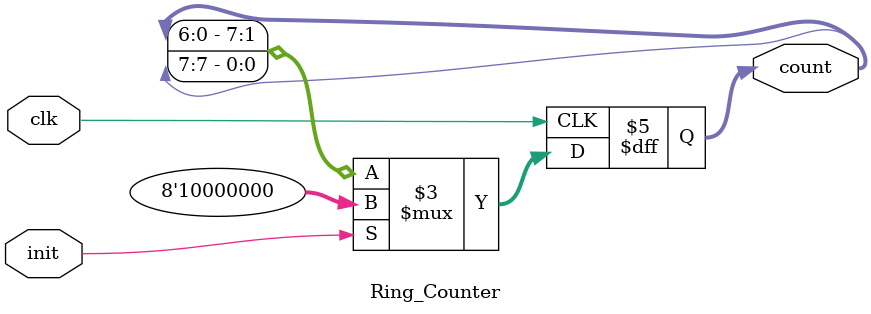
<source format=v>
`timescale 1ns / 1ps
module Ring_Counter(clk, init, count);
		input clk, init;
		output reg [7:0] count;
		always @(posedge clk)
			begin
				if(init) count = 8'b10000000;
				else
					      count ={count[6:0],count[7]};
			end		
endmodule

</source>
